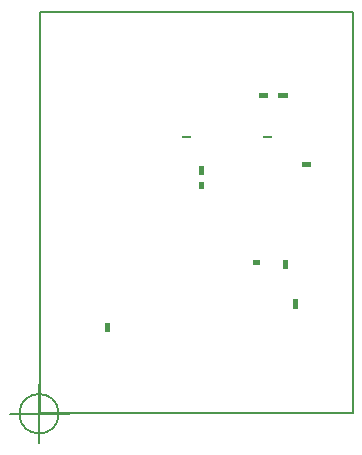
<source format=gbr>
G04 #@! TF.FileFunction,Glue,Top*
%FSLAX46Y46*%
G04 Gerber Fmt 4.6, Leading zero omitted, Abs format (unit mm)*
G04 Created by KiCad (PCBNEW 4.0.2+dfsg1-stable) date Tue 17 Jan 2017 16:40:36 CET*
%MOMM*%
G01*
G04 APERTURE LIST*
%ADD10C,0.100000*%
%ADD11C,0.150000*%
G04 APERTURE END LIST*
D10*
D11*
X1666666Y0D02*
G75*
G03X1666666Y0I-1666666J0D01*
G01*
X-2500000Y0D02*
X2500000Y0D01*
X0Y2500000D02*
X0Y-2500000D01*
X59600Y43400D02*
X26559600Y43400D01*
X26559600Y43400D02*
X26559600Y34043400D01*
X26559600Y34043400D02*
X59600Y34043400D01*
X59600Y34043400D02*
X59600Y43400D01*
D10*
G36*
X13575700Y20217300D02*
X13975500Y20217300D01*
X13975500Y21017500D01*
X13575700Y21017500D01*
X13575700Y20217300D01*
G37*
G36*
X19386600Y26724100D02*
X19386600Y27123900D01*
X18586400Y27123900D01*
X18586400Y26724100D01*
X19386600Y26724100D01*
G37*
G36*
X23065700Y20925500D02*
X23065700Y21325300D01*
X22265500Y21325300D01*
X22265500Y20925500D01*
X23065700Y20925500D01*
G37*
G36*
X12105500Y23511500D02*
X12105500Y23311300D01*
X12905700Y23311300D01*
X12905700Y23511500D01*
X12105500Y23511500D01*
G37*
G36*
X18963500Y23511500D02*
X18963500Y23311300D01*
X19763700Y23311300D01*
X19763700Y23511500D01*
X18963500Y23511500D01*
G37*
G36*
X13975500Y19647400D02*
X13575700Y19647400D01*
X13575700Y19047400D01*
X13975500Y19047400D01*
X13975500Y19647400D01*
G37*
G36*
X21037600Y26724100D02*
X21037600Y27123900D01*
X20237400Y27123900D01*
X20237400Y26724100D01*
X21037600Y26724100D01*
G37*
G36*
X18129600Y12997300D02*
X18129600Y12597500D01*
X18729600Y12597500D01*
X18729600Y12997300D01*
X18129600Y12997300D01*
G37*
G36*
X21537700Y8884300D02*
X21937500Y8884300D01*
X21937500Y9684500D01*
X21537700Y9684500D01*
X21537700Y8884300D01*
G37*
G36*
X21048500Y13035500D02*
X20648700Y13035500D01*
X20648700Y12235300D01*
X21048500Y12235300D01*
X21048500Y13035500D01*
G37*
G36*
X5974500Y7682500D02*
X5574700Y7682500D01*
X5574700Y6882300D01*
X5974500Y6882300D01*
X5974500Y7682500D01*
G37*
M02*

</source>
